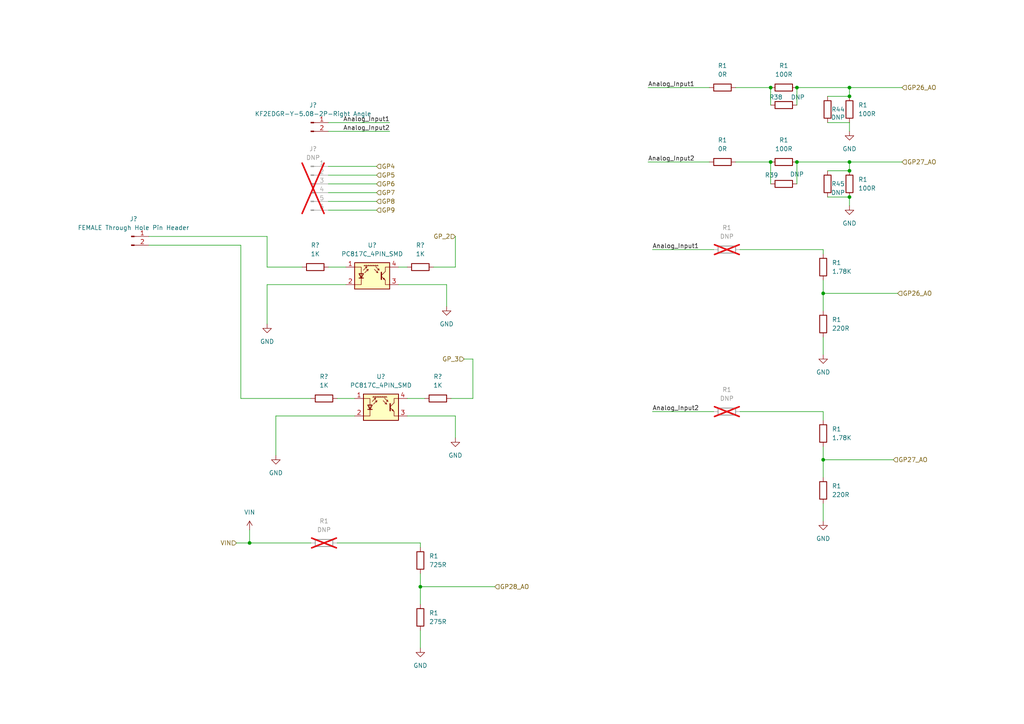
<source format=kicad_sch>
(kicad_sch (version 20230819) (generator eeschema)
  (paper "A4")
  (lib_symbols
    (symbol "Connector:Conn_01x02_Pin" (pin_names (offset 1.016) hide)
      (property "Reference" "J" (at 0 2.54 0))
      (property "Value" "Conn_01x02_Pin" (at 0 -5.08 0))
      (symbol "Conn_01x02_Pin_1_1"
        (polyline (pts (xy 1.27 -2.54) (xy 0.8636 -2.54)) (stroke (width 0.1524)))
        (polyline (pts (xy 1.27 0) (xy 0.8636 0)) (stroke (width 0.1524)))
        (rectangle (start 0.8636 -2.413) (end 0 -2.667) (stroke (width 0.1524)) (fill (type outline)))
        (rectangle (start 0.8636 0.127) (end 0 -0.127) (stroke (width 0.1524)) (fill (type outline)))
        (pin passive line (at 5.08 0 180) (length 3.81) (name "Pin_1") (number "1"))
        (pin passive line (at 5.08 -2.54 180) (length 3.81) (name "Pin_2") (number "2"))
      )
    )
    (symbol "Connector:Conn_01x06_Pin" (pin_names (offset 1.016) hide)
      (property "Reference" "J" (at 0 7.62 0))
      (property "Value" "Conn_01x06_Pin" (at 0 -10.16 0))
      (symbol "Conn_01x06_Pin_1_1"
        (polyline (pts (xy 1.27 -7.62) (xy 0.8636 -7.62)) (stroke (width 0.1524)))
        (polyline (pts (xy 1.27 -5.08) (xy 0.8636 -5.08)) (stroke (width 0.1524)))
        (polyline (pts (xy 1.27 -2.54) (xy 0.8636 -2.54)) (stroke (width 0.1524)))
        (polyline (pts (xy 1.27 0) (xy 0.8636 0)) (stroke (width 0.1524)))
        (polyline (pts (xy 1.27 2.54) (xy 0.8636 2.54)) (stroke (width 0.1524)))
        (polyline (pts (xy 1.27 5.08) (xy 0.8636 5.08)) (stroke (width 0.1524)))
        (rectangle (start 0.8636 -7.493) (end 0 -7.747) (stroke (width 0.1524)) (fill (type outline)))
        (rectangle (start 0.8636 -4.953) (end 0 -5.207) (stroke (width 0.1524)) (fill (type outline)))
        (rectangle (start 0.8636 -2.413) (end 0 -2.667) (stroke (width 0.1524)) (fill (type outline)))
        (rectangle (start 0.8636 0.127) (end 0 -0.127) (stroke (width 0.1524)) (fill (type outline)))
        (rectangle (start 0.8636 2.667) (end 0 2.413) (stroke (width 0.1524)) (fill (type outline)))
        (rectangle (start 0.8636 5.207) (end 0 4.953) (stroke (width 0.1524)) (fill (type outline)))
        (pin passive line (at 5.08 5.08 180) (length 3.81) (name "Pin_1") (number "1"))
        (pin passive line (at 5.08 2.54 180) (length 3.81) (name "Pin_2") (number "2"))
        (pin passive line (at 5.08 0 180) (length 3.81) (name "Pin_3") (number "3"))
        (pin passive line (at 5.08 -2.54 180) (length 3.81) (name "Pin_4") (number "4"))
        (pin passive line (at 5.08 -5.08 180) (length 3.81) (name "Pin_5") (number "5"))
        (pin passive line (at 5.08 -7.62 180) (length 3.81) (name "Pin_6") (number "6"))
      )
    )
    (symbol "Device:R" (pin_numbers hide) (pin_names (offset 0))
      (property "Reference" "R" (at 2.032 0 90))
      (property "Value" "R" (at 0 0 90))
      (symbol "R_0_1"
        (rectangle (start -1.016 -2.54) (end 1.016 2.54) (stroke (width 0.254)))
      )
      (symbol "R_1_1"
        (pin passive line (at 0 3.81 270) (length 1.27) (name "~") (number "1"))
        (pin passive line (at 0 -3.81 90) (length 1.27) (name "~") (number "2"))
      )
    )
    (symbol "Sensor_Proximity:SFH9201" (pin_names (offset 0.0254) hide)
      (property "Reference" "U?" (at 0 8.89 0))
      (property "Value" "SFH9201" (at 0 6.35 0))
      (symbol "SFH9201_0_1"
        (polyline (pts (xy -3.81 -0.635) (xy -2.54 -0.635)) (stroke (width 0.254)))
        (polyline (pts (xy -2.286 2.921) (xy -2.032 3.175)))
        (polyline (pts (xy -1.778 2.921) (xy -1.524 3.175)))
        (polyline (pts (xy -1.524 2.667) (xy -1.651 2.159)))
        (polyline (pts (xy -1.27 2.921) (xy -1.016 3.175)))
        (polyline (pts (xy -1.143 1.905) (xy -1.27 1.397)))
        (polyline (pts (xy -0.762 2.921) (xy -0.508 3.175)))
        (polyline (pts (xy -0.254 2.921) (xy 0 3.175)))
        (polyline (pts (xy 0.254 2.921) (xy 0.508 3.175)))
        (polyline (pts (xy 0.762 2.921) (xy 1.016 3.175)))
        (polyline (pts (xy 1.27 2.921) (xy 1.524 3.175)))
        (polyline (pts (xy 1.651 0.889) (xy 1.143 1.016)))
        (polyline (pts (xy 1.778 2.921) (xy -2.413 2.921)))
        (polyline (pts (xy 2.032 1.651) (xy 1.524 1.778)))
        (polyline (pts (xy 2.667 -0.127) (xy 3.81 -1.27)))
        (polyline (pts (xy 2.667 0.127) (xy 3.81 1.27)))
        (polyline (pts (xy -2.54 1.651) (xy -1.524 2.667) (xy -2.032 2.54)))
        (polyline (pts (xy -2.159 0.889) (xy -1.143 1.905) (xy -1.651 1.778)))
        (polyline (pts (xy 0.635 1.905) (xy 1.651 0.889) (xy 1.524 1.397)))
        (polyline (pts (xy 1.016 2.667) (xy 2.032 1.651) (xy 1.905 2.159)))
        (polyline (pts (xy 2.667 1.016) (xy 2.667 -1.016) (xy 2.667 -1.016)) (stroke (width 0.3556)))
        (polyline (pts (xy 3.81 -1.27) (xy 3.81 -2.54) (xy 5.08 -2.54)))
        (polyline (pts (xy 3.81 1.27) (xy 3.81 2.54) (xy 5.08 2.54)))
        (polyline (pts (xy -5.08 -2.54) (xy -3.175 -2.54) (xy -3.175 2.54) (xy -5.08 2.54)))
        (polyline (pts (xy -3.175 -0.635) (xy -3.81 0.635) (xy -2.54 0.635) (xy -3.175 -0.635)) (stroke (width 0.254)))
        (polyline (pts (xy 3.683 -1.143) (xy 3.429 -0.635) (xy 3.175 -0.889) (xy 3.683 -1.143)))
        (polyline (pts (xy -5.08 -3.81) (xy 5.08 -3.81) (xy 5.08 3.81) (xy -5.08 3.81) (xy -5.08 -3.81)) (stroke (width 0.254)) (fill (type background)))
      )
      (symbol "SFH9201_1_1"
        (pin passive line (at -7.62 2.54 0) (length 2.54) (name "A") (number "1"))
        (pin passive line (at -7.62 -2.54 0) (length 2.54) (name "K") (number "2"))
        (pin open_emitter line (at 7.62 -2.54 180) (length 2.54) (name "E") (number "3"))
        (pin open_collector line (at 7.62 2.54 180) (length 2.54) (name "C") (number "4"))
      )
    )
    (symbol "power:+1V0" (power) (pin_names (offset 0))
      (property "Value" "+1V0" (at 0 3.556 0))
      (symbol "+1V0_0_1"
        (polyline (pts (xy -0.762 1.27) (xy 0 2.54)))
        (polyline (pts (xy 0 0) (xy 0 2.54)))
        (polyline (pts (xy 0 2.54) (xy 0.762 1.27)))
      )
      (symbol "+1V0_1_1"
        (pin power_in line (at 0 0 90) (length 0) hide (name "+1V0") (number "1"))
      )
    )
    (symbol "power:GND" (power) (pin_names (offset 0))
      (property "Value" "GND" (at 0 -3.81 0))
      (symbol "GND_0_1"
        (polyline (pts (xy 0 0) (xy 0 -1.27) (xy 1.27 -1.27) (xy 0 -2.54) (xy -1.27 -1.27) (xy 0 -1.27)))
      )
      (symbol "GND_1_1"
        (pin power_in line (at 0 0 270) (length 0) hide (name "GND") (number "1"))
      )
    )
  )
  (junction (at 246.38 25.4))
  (junction (at 231.14 46.99))
  (junction (at 223.52 25.4))
  (junction (at 246.38 57.15))
  (junction (at 246.38 49.53))
  (junction (at 238.76 133.35))
  (junction (at 223.52 46.99))
  (junction (at 231.14 25.4))
  (junction (at 121.92 170.18))
  (junction (at 238.76 85.09))
  (junction (at 246.38 27.94))
  (junction (at 246.38 46.99))
  (junction (at 72.39 157.48))
  (wire (pts (xy 95.25 38.1) (xy 113.03 38.1)))
  (wire (pts (xy 137.16 115.57) (xy 130.81 115.57)))
  (wire (pts (xy 121.92 187.96) (xy 121.92 182.88)))
  (wire (pts (xy 80.01 120.65) (xy 80.01 132.08)))
  (wire (pts (xy 43.18 71.12) (xy 69.85 71.12)))
  (wire (pts (xy 231.14 46.99) (xy 231.14 53.34)))
  (wire (pts (xy 231.14 25.4) (xy 246.38 25.4)))
  (wire (pts (xy 118.11 120.65) (xy 132.08 120.65)))
  (wire (pts (xy 97.79 115.57) (xy 102.87 115.57)))
  (wire (pts (xy 121.92 157.48) (xy 121.92 158.75)))
  (wire (pts (xy 240.03 35.56) (xy 246.38 35.56)))
  (wire (pts (xy 109.22 53.34) (xy 95.25 53.34)))
  (wire (pts (xy 246.38 46.99) (xy 246.38 49.53)))
  (wire (pts (xy 231.14 25.4) (xy 231.14 30.48)))
  (wire (pts (xy 121.92 170.18) (xy 143.51 170.18)))
  (wire (pts (xy 129.54 82.55) (xy 129.54 88.9)))
  (wire (pts (xy 69.85 115.57) (xy 90.17 115.57)))
  (wire (pts (xy 187.96 46.99) (xy 205.74 46.99)))
  (wire (pts (xy 240.03 27.94) (xy 246.38 27.94)))
  (wire (pts (xy 77.47 77.47) (xy 87.63 77.47)))
  (wire (pts (xy 43.18 68.58) (xy 77.47 68.58)))
  (wire (pts (xy 113.03 35.56) (xy 95.25 35.56)))
  (wire (pts (xy 118.11 77.47) (xy 115.57 77.47)))
  (wire (pts (xy 132.08 68.58) (xy 132.08 77.47)))
  (wire (pts (xy 109.22 55.88) (xy 95.25 55.88)))
  (wire (pts (xy 214.63 119.38) (xy 238.76 119.38)))
  (wire (pts (xy 121.92 166.37) (xy 121.92 170.18)))
  (wire (pts (xy 213.36 25.4) (xy 223.52 25.4)))
  (wire (pts (xy 109.22 60.96) (xy 95.25 60.96)))
  (wire (pts (xy 238.76 129.54) (xy 238.76 133.35)))
  (wire (pts (xy 238.76 85.09) (xy 260.35 85.09)))
  (wire (pts (xy 240.03 49.53) (xy 246.38 49.53)))
  (wire (pts (xy 121.92 170.18) (xy 121.92 175.26)))
  (wire (pts (xy 189.23 72.39) (xy 207.01 72.39)))
  (wire (pts (xy 109.22 50.8) (xy 95.25 50.8)))
  (wire (pts (xy 137.16 104.14) (xy 134.62 104.14)))
  (wire (pts (xy 246.38 35.56) (xy 246.38 38.1)))
  (wire (pts (xy 132.08 77.47) (xy 125.73 77.47)))
  (wire (pts (xy 213.36 46.99) (xy 223.52 46.99)))
  (wire (pts (xy 69.85 71.12) (xy 69.85 115.57)))
  (wire (pts (xy 246.38 25.4) (xy 246.38 27.94)))
  (wire (pts (xy 123.19 115.57) (xy 118.11 115.57)))
  (wire (pts (xy 189.23 119.38) (xy 207.01 119.38)))
  (wire (pts (xy 238.76 85.09) (xy 238.76 90.17)))
  (wire (pts (xy 214.63 72.39) (xy 238.76 72.39)))
  (wire (pts (xy 77.47 82.55) (xy 100.33 82.55)))
  (wire (pts (xy 231.14 46.99) (xy 246.38 46.99)))
  (wire (pts (xy 238.76 102.87) (xy 238.76 97.79)))
  (wire (pts (xy 115.57 82.55) (xy 129.54 82.55)))
  (wire (pts (xy 238.76 133.35) (xy 259.08 133.35)))
  (wire (pts (xy 238.76 133.35) (xy 238.76 138.43)))
  (wire (pts (xy 246.38 25.4) (xy 261.62 25.4)))
  (wire (pts (xy 137.16 104.14) (xy 137.16 115.57)))
  (wire (pts (xy 246.38 46.99) (xy 261.62 46.99)))
  (wire (pts (xy 109.22 48.26) (xy 95.25 48.26)))
  (wire (pts (xy 238.76 119.38) (xy 238.76 121.92)))
  (wire (pts (xy 246.38 57.15) (xy 246.38 59.69)))
  (wire (pts (xy 223.52 25.4) (xy 223.52 30.48)))
  (wire (pts (xy 72.39 157.48) (xy 90.17 157.48)))
  (wire (pts (xy 238.76 72.39) (xy 238.76 73.66)))
  (wire (pts (xy 109.22 58.42) (xy 95.25 58.42)))
  (wire (pts (xy 238.76 151.13) (xy 238.76 146.05)))
  (wire (pts (xy 95.25 77.47) (xy 100.33 77.47)))
  (wire (pts (xy 240.03 57.15) (xy 246.38 57.15)))
  (wire (pts (xy 68.58 157.48) (xy 72.39 157.48)))
  (wire (pts (xy 77.47 68.58) (xy 77.47 77.47)))
  (wire (pts (xy 77.47 82.55) (xy 77.47 93.98)))
  (wire (pts (xy 132.08 120.65) (xy 132.08 127)))
  (wire (pts (xy 187.96 25.4) (xy 205.74 25.4)))
  (wire (pts (xy 238.76 81.28) (xy 238.76 85.09)))
  (wire (pts (xy 97.79 157.48) (xy 121.92 157.48)))
  (wire (pts (xy 223.52 46.99) (xy 223.52 53.34)))
  (wire (pts (xy 72.39 153.67) (xy 72.39 157.48)))
  (wire (pts (xy 80.01 120.65) (xy 102.87 120.65)))
  (label "Analog_Input1" (at 187.96 25.4 0))
  (label "Analog_Input2" (at 189.23 119.38 0))
  (label "Analog_Input1" (at 189.23 72.39 0))
  (label "Analog_Input2" (at 113.03 38.1 180))
  (label "Analog_Input1" (at 113.03 35.56 180))
  (label "Analog_Input2" (at 187.96 46.99 0))
  (hierarchical_label "GP27_AO" (shape input) (at 261.62 46.99 0))
  (hierarchical_label "GP27_AO" (shape input) (at 259.08 133.35 0))
  (hierarchical_label "GP8" (shape input) (at 109.22 58.42 0))
  (hierarchical_label "VIN" (shape input) (at 68.58 157.48 180))
  (hierarchical_label "GP4" (shape input) (at 109.22 48.26 0))
  (hierarchical_label "GP5" (shape input) (at 109.22 50.8 0))
  (hierarchical_label "GP_2" (shape input) (at 132.08 68.58 180))
  (hierarchical_label "GP9" (shape input) (at 109.22 60.96 0))
  (hierarchical_label "GP26_AO" (shape input) (at 260.35 85.09 0))
  (hierarchical_label "GP26_AO" (shape input) (at 261.62 25.4 0))
  (hierarchical_label "GP6" (shape input) (at 109.22 53.34 0))
  (hierarchical_label "GP28_AO" (shape input) (at 143.51 170.18 0))
  (hierarchical_label "GP_3" (shape input) (at 134.62 104.14 180))
  (hierarchical_label "GP7" (shape input) (at 109.22 55.88 0))
  (symbol (lib_id "Device:R") (at 91.44 77.47 90) (unit 1)
    (property "Reference" "R?" (at 91.44 71.12 90))
    (property "Value" "1K" (at 91.44 73.66 90))
    (property "Footprint" "Resistor_SMD:R_0603_1608Metric" (effects hide))
    (property "Description" "Resistor" (effects hide))
    (instances (project "LM1117" (path "" (reference "R?") (unit 1)) (path "" (reference "R?") (unit 1)) (path "" (reference "R?") (unit 1))) (project "IO_Board" (path "" (reference "R1") (unit 1))))
  )
  (symbol (lib_id "Connector:Conn_01x06_Pin") (at 90.17 53.34 0) (unit 1) (dnp yes)
    (property "Reference" "J?" (at 90.805 43.18 0))
    (property "Value" "DNP" (at 90.805 45.72 0))
    (property "Footprint" "Connector_PinHeader_2.54mm:PinHeader_1x06_P2.54mm_Vertical" (effects hide))
    (property "Description" "Generic connector, single row, 01x06, script generated" (effects hide))
    (instances (project "LM1117" (path "" (reference "J?") (unit 1))) (project "IO_Board" (path "" (reference "J7") (unit 1))))
  )
  (symbol (lib_id "Device:R") (at 121.92 162.56 180) (unit 1)
    (property "Reference" "R1" (at 124.46 161.2899 0) (effects (justify right)))
    (property "Value" "725R" (at 124.46 163.8299 0) (effects (justify right)))
    (property "Footprint" "Resistor_SMD:R_0603_1608Metric" (effects hide))
    (property "Description" "Resistor" (effects hide))
    (instances (project "LM1117" (path "" (reference "R1") (unit 1)) (path "" (reference "R?") (unit 1))) (project "IO_Board" (path "" (reference "R56") (unit 1))))
  )
  (symbol (lib_id "Device:R") (at 227.33 46.99 270) (unit 1)
    (property "Reference" "R1" (at 227.33 40.64 90))
    (property "Value" "100R" (at 227.33 43.18 90))
    (property "Footprint" "Resistor_SMD:R_0603_1608Metric" (effects hide))
    (property "Description" "Resistor" (effects hide))
    (instances (project "LM1117" (path "" (reference "R1") (unit 1)) (path "" (reference "R?") (unit 1))) (project "IO_Board" (path "" (reference "R10") (unit 1))))
  )
  (symbol (lib_id "Connector:Conn_01x02_Pin") (at 90.17 35.56 0) (unit 1)
    (property "Reference" "J?" (at 90.805 30.48 0))
    (property "Value" "KF2EDGR-Y-5.08-2P-Right Angle" (at 90.805 33.02 0))
    (property "Footprint" "Library:KF2EDGR-Y-5.08-2P-Right Angle" (effects hide))
    (property "Description" "Generic connector, single row, 01x02, script generated" (effects hide))
    (property "MPN" "KF2EDGR-Y-5.08-2P-Right Angle" (effects hide))
    (instances (project "LM1117" (path "" (reference "J?") (unit 1))) (project "IO_Board" (path "" (reference "J6") (unit 1))))
  )
  (symbol (lib_id "power:GND") (at 246.38 59.69 0) (unit 1)
    (property "Reference" "#PWR03" (effects hide))
    (property "Value" "GND" (at 246.38 64.77 0))
    (property "Description" "Power symbol creates a global label with name \"GND\" , ground" (effects hide))
    (instances (project "LM1117" (path "" (reference "#PWR03") (unit 1)) (path "" (reference "#PWR013") (unit 1))) (project "IO_Board" (path "" (reference "#PWR047") (unit 1))))
  )
  (symbol (lib_id "Sensor_Proximity:SFH9201") (at 110.49 118.11 0) (unit 1)
    (property "Reference" "U?" (at 110.49 109.22 0))
    (property "Value" "PC817C_4PIN_SMD" (at 110.49 111.76 0))
    (property "Footprint" "Library:PC817C SMD 4pin" (effects hide))
    (property "MPN" "PC817C_4PIN_SMD" (effects hide))
    (instances (project "LM1117" (path "" (reference "U?") (unit 1)) (path "" (reference "U?") (unit 1))) (project "IO_Board" (path "" (reference "U2") (unit 1))))
  )
  (symbol (lib_id "power:GND") (at 238.76 102.87 0) (unit 1)
    (property "Reference" "#PWR05" (effects hide))
    (property "Value" "GND" (at 238.76 107.95 0))
    (property "Description" "Power symbol creates a global label with name \"GND\" , ground" (effects hide))
    (instances (project "LM1117" (path "" (reference "#PWR05") (unit 1)) (path "" (reference "#PWR014") (unit 1)) (path "" (reference "#PWR020") (unit 1))) (project "IO_Board" (path "" (reference "#PWR034") (unit 1))))
  )
  (symbol (lib_id "Device:R") (at 246.38 31.75 180) (unit 1)
    (property "Reference" "R1" (at 248.92 30.4799 0) (effects (justify right)))
    (property "Value" "100R" (at 248.92 33.0199 0) (effects (justify right)))
    (property "Footprint" "Resistor_SMD:R_0603_1608Metric" (effects hide))
    (property "Description" "Resistor" (effects hide))
    (instances (project "LM1117" (path "" (reference "R1") (unit 1)) (path "" (reference "R?") (unit 1))) (project "IO_Board" (path "" (reference "R15") (unit 1))))
  )
  (symbol (lib_id "power:GND") (at 80.01 132.08 0) (unit 1)
    (property "Reference" "#PWR05" (effects hide))
    (property "Value" "GND" (at 80.01 137.16 0))
    (property "Description" "Power symbol creates a global label with name \"GND\" , ground" (effects hide))
    (instances (project "LM1117" (path "" (reference "#PWR05") (unit 1)) (path "" (reference "#PWR012") (unit 1)) (path "" (reference "#PWR011") (unit 1))) (project "IO_Board" (path "" (reference "#PWR018") (unit 1))))
  )
  (symbol (lib_id "power:GND") (at 121.92 187.96 0) (unit 1)
    (property "Reference" "#PWR05" (effects hide))
    (property "Value" "GND" (at 121.92 193.04 0))
    (property "Description" "Power symbol creates a global label with name \"GND\" , ground" (effects hide))
    (instances (project "LM1117" (path "" (reference "#PWR05") (unit 1)) (path "" (reference "#PWR014") (unit 1)) (path "" (reference "#PWR020") (unit 1))) (project "IO_Board" (path "" (reference "#PWR059") (unit 1))))
  )
  (symbol (lib_id "Device:R") (at 209.55 46.99 270) (unit 1)
    (property "Reference" "R1" (at 209.55 40.64 90))
    (property "Value" "0R" (at 209.55 43.18 90))
    (property "Footprint" "Resistor_SMD:R_0603_1608Metric" (effects hide))
    (property "Description" "Resistor" (effects hide))
    (instances (project "LM1117" (path "" (reference "R1") (unit 1)) (path "" (reference "R?") (unit 1))) (project "IO_Board" (path "" (reference "R6") (unit 1))))
  )
  (symbol (lib_id "power:GND") (at 132.08 127 0) (unit 1)
    (property "Reference" "#PWR05" (effects hide))
    (property "Value" "GND" (at 132.08 132.08 0))
    (property "Description" "Power symbol creates a global label with name \"GND\" , ground" (effects hide))
    (instances (project "LM1117" (path "" (reference "#PWR05") (unit 1)) (path "" (reference "#PWR014") (unit 1)) (path "" (reference "#PWR012") (unit 1))) (project "IO_Board" (path "" (reference "#PWR033") (unit 1))))
  )
  (symbol (lib_id "Sensor_Proximity:SFH9201") (at 107.95 80.01 0) (unit 1)
    (property "Reference" "U?" (at 107.95 71.12 0))
    (property "Value" "PC817C_4PIN_SMD" (at 107.95 73.66 0))
    (property "Footprint" "Library:PC817C SMD 4pin" (effects hide))
    (property "MPN" "PC817C_4PIN_SMD" (effects hide))
    (instances (project "LM1117" (path "" (reference "U?") (unit 1)) (path "" (reference "U?") (unit 1))) (project "IO_Board" (path "" (reference "U1") (unit 1))))
  )
  (symbol (lib_id "Device:R") (at 227.33 25.4 270) (unit 1)
    (property "Reference" "R1" (at 227.33 19.05 90))
    (property "Value" "100R" (at 227.33 21.59 90))
    (property "Footprint" "Resistor_SMD:R_0603_1608Metric" (effects hide))
    (property "Description" "Resistor" (effects hide))
    (instances (project "LM1117" (path "" (reference "R1") (unit 1)) (path "" (reference "R?") (unit 1))) (project "IO_Board" (path "" (reference "R9") (unit 1))))
  )
  (symbol (lib_id "Device:R") (at 238.76 93.98 0) (unit 1)
    (property "Reference" "R1" (at 241.3 92.7099 0) (effects (justify left)))
    (property "Value" "220R" (at 241.3 95.2499 0) (effects (justify left)))
    (property "Footprint" "Resistor_SMD:R_0603_1608Metric" (effects hide))
    (property "Description" "Resistor" (effects hide))
    (instances (project "LM1117" (path "" (reference "R1") (unit 1)) (path "" (reference "R?") (unit 1))) (project "IO_Board" (path "" (reference "R12") (unit 1))))
  )
  (symbol (lib_id "power:GND") (at 77.47 93.98 0) (unit 1)
    (property "Reference" "#PWR05" (effects hide))
    (property "Value" "GND" (at 77.47 99.06 0))
    (property "Description" "Power symbol creates a global label with name \"GND\" , ground" (effects hide))
    (instances (project "LM1117" (path "" (reference "#PWR05") (unit 1)) (path "" (reference "#PWR012") (unit 1)) (path "" (reference "#PWR017") (unit 1))) (project "IO_Board" (path "" (reference "#PWR017") (unit 1))))
  )
  (symbol (lib_id "power:GND") (at 246.38 38.1 0) (unit 1)
    (property "Reference" "#PWR03" (effects hide))
    (property "Value" "GND" (at 246.38 43.18 0))
    (property "Description" "Power symbol creates a global label with name \"GND\" , ground" (effects hide))
    (instances (project "LM1117" (path "" (reference "#PWR03") (unit 1)) (path "" (reference "#PWR010") (unit 1))) (project "IO_Board" (path "" (reference "#PWR046") (unit 1))))
  )
  (symbol (lib_id "power:GND") (at 238.76 151.13 0) (unit 1)
    (property "Reference" "#PWR05" (effects hide))
    (property "Value" "GND" (at 238.76 156.21 0))
    (property "Description" "Power symbol creates a global label with name \"GND\" , ground" (effects hide))
    (instances (project "LM1117" (path "" (reference "#PWR05") (unit 1)) (path "" (reference "#PWR014") (unit 1)) (path "" (reference "#PWR018") (unit 1))) (project "IO_Board" (path "" (reference "#PWR042") (unit 1))))
  )
  (symbol (lib_id "Device:R") (at 210.82 72.39 270) (unit 1) (dnp yes)
    (property "Reference" "R1" (at 210.82 66.04 90))
    (property "Value" "DNP" (at 210.82 68.58 90))
    (property "Footprint" "Resistor_SMD:R_0603_1608Metric" (effects hide))
    (property "Description" "Resistor" (effects hide))
    (instances (project "LM1117" (path "" (reference "R1") (unit 1)) (path "" (reference "R?") (unit 1))) (project "IO_Board" (path "" (reference "R7") (unit 1))))
  )
  (symbol (lib_id "Device:R") (at 127 115.57 270) (unit 1)
    (property "Reference" "R?" (at 127 109.22 90))
    (property "Value" "1K" (at 127 111.76 90))
    (property "Footprint" "Resistor_SMD:R_0603_1608Metric" (effects hide))
    (property "Description" "Resistor" (effects hide))
    (instances (project "LM1117" (path "" (reference "R?") (unit 1)) (path "" (reference "R?") (unit 1)) (path "" (reference "R?") (unit 1))) (project "IO_Board" (path "" (reference "R4") (unit 1))))
  )
  (symbol (lib_id "Device:R") (at 93.98 115.57 90) (unit 1)
    (property "Reference" "R?" (at 93.98 109.22 90))
    (property "Value" "1K" (at 93.98 111.76 90))
    (property "Footprint" "Resistor_SMD:R_0603_1608Metric" (effects hide))
    (property "Description" "Resistor" (effects hide))
    (instances (project "LM1117" (path "" (reference "R?") (unit 1)) (path "" (reference "R?") (unit 1)) (path "" (reference "R?") (unit 1))) (project "IO_Board" (path "" (reference "R2") (unit 1))))
  )
  (symbol (lib_id "Connector:Conn_01x02_Pin") (at 38.1 68.58 0) (unit 1)
    (property "Reference" "J?" (at 38.735 63.5 0))
    (property "Value" "FEMALE Through Hole Pin Header" (at 38.735 66.04 0))
    (property "Footprint" "Connector_PinHeader_2.54mm:PinHeader_1x02_P2.54mm_Vertical" (effects hide))
    (property "Description" "Generic connector, single row, 01x02, script generated" (effects hide))
    (property "MPN" "FEMALE Through Hole Pin Header" (effects hide))
    (instances (project "LM1117" (path "" (reference "J?") (unit 1))) (project "IO_Board" (path "" (reference "J5") (unit 1))))
  )
  (symbol (lib_id "Device:R") (at 240.03 53.34 180) (unit 1)
    (property "Reference" "R45" (at 243.078 53.34 0))
    (property "Value" "DNP" (at 243.078 55.88 0))
    (property "Footprint" "Resistor_THT:R_Axial_DIN0204_L3.6mm_D1.6mm_P1.90mm_Vertical" (effects hide))
    (property "Description" "Resistor" (effects hide))
  )
  (symbol (lib_id "Device:R") (at 238.76 142.24 0) (unit 1)
    (property "Reference" "R1" (at 241.3 140.9699 0) (effects (justify left)))
    (property "Value" "220R" (at 241.3 143.5099 0) (effects (justify left)))
    (property "Footprint" "Resistor_SMD:R_0603_1608Metric" (effects hide))
    (property "Description" "Resistor" (effects hide))
    (instances (project "LM1117" (path "" (reference "R1") (unit 1)) (path "" (reference "R?") (unit 1))) (project "IO_Board" (path "" (reference "R14") (unit 1))))
  )
  (symbol (lib_id "Device:R") (at 210.82 119.38 270) (unit 1) (dnp yes)
    (property "Reference" "R1" (at 210.82 113.03 90))
    (property "Value" "DNP" (at 210.82 115.57 90))
    (property "Footprint" "Resistor_SMD:R_0603_1608Metric" (effects hide))
    (property "Description" "Resistor" (effects hide))
    (instances (project "LM1117" (path "" (reference "R1") (unit 1)) (path "" (reference "R?") (unit 1))) (project "IO_Board" (path "" (reference "R8") (unit 1))))
  )
  (symbol (lib_id "power:+1V0") (at 72.39 153.67 0) (unit 1)
    (property "Reference" "#PWR01" (effects hide))
    (property "Value" "VIN" (at 72.39 148.59 0))
    (property "Description" "Power symbol creates a global label with name \"+1V0\"" (effects hide))
    (instances (project "LM1117" (path "" (reference "#PWR01") (unit 1)) (path "" (reference "#PWR041") (unit 1))) (project "IO_Board" (path "" (reference "#PWR015") (unit 1)) (path "" (reference "#PWR058") (unit 1))))
  )
  (symbol (lib_id "Device:R") (at 121.92 179.07 0) (unit 1)
    (property "Reference" "R1" (at 124.46 177.7999 0) (effects (justify left)))
    (property "Value" "275R" (at 124.46 180.3399 0) (effects (justify left)))
    (property "Footprint" "Resistor_SMD:R_0603_1608Metric" (effects hide))
    (property "Description" "Resistor" (effects hide))
    (instances (project "LM1117" (path "" (reference "R1") (unit 1)) (path "" (reference "R?") (unit 1))) (project "IO_Board" (path "" (reference "R57") (unit 1))))
  )
  (symbol (lib_id "Device:R") (at 227.33 30.48 90) (unit 1)
    (property "Reference" "R38" (at 225.044 28.194 90))
    (property "Value" "DNP" (at 231.394 28.194 90))
    (property "Footprint" "Resistor_THT:R_Axial_DIN0204_L3.6mm_D1.6mm_P1.90mm_Vertical" (effects hide))
    (property "Description" "Resistor" (effects hide))
  )
  (symbol (lib_id "power:GND") (at 129.54 88.9 0) (unit 1)
    (property "Reference" "#PWR05" (effects hide))
    (property "Value" "GND" (at 129.54 93.98 0))
    (property "Description" "Power symbol creates a global label with name \"GND\" , ground" (effects hide))
    (instances (project "LM1117" (path "" (reference "#PWR05") (unit 1)) (path "" (reference "#PWR014") (unit 1)) (path "" (reference "#PWR019") (unit 1))) (project "IO_Board" (path "" (reference "#PWR020") (unit 1))))
  )
  (symbol (lib_id "Device:R") (at 246.38 53.34 180) (unit 1)
    (property "Reference" "R1" (at 248.92 52.0699 0) (effects (justify right)))
    (property "Value" "100R" (at 248.92 54.6099 0) (effects (justify right)))
    (property "Footprint" "Resistor_SMD:R_0603_1608Metric" (effects hide))
    (property "Description" "Resistor" (effects hide))
    (instances (project "LM1117" (path "" (reference "R1") (unit 1)) (path "" (reference "R?") (unit 1))) (project "IO_Board" (path "" (reference "R16") (unit 1))))
  )
  (symbol (lib_id "Device:R") (at 227.33 53.34 90) (unit 1)
    (property "Reference" "R39" (at 223.774 50.8 90))
    (property "Value" "DNP" (at 231.14 50.546 90))
    (property "Footprint" "Resistor_THT:R_Axial_DIN0204_L3.6mm_D1.6mm_P1.90mm_Vertical" (effects hide))
    (property "Description" "Resistor" (effects hide))
  )
  (symbol (lib_id "Device:R") (at 240.03 31.75 0) (unit 1)
    (property "Reference" "R44" (at 243.078 31.75 0))
    (property "Value" "DNP" (at 243.078 34.036 0))
    (property "Footprint" "Resistor_THT:R_Axial_DIN0204_L3.6mm_D1.6mm_P1.90mm_Vertical" (effects hide))
    (property "Description" "Resistor" (effects hide))
  )
  (symbol (lib_id "Device:R") (at 209.55 25.4 270) (unit 1)
    (property "Reference" "R1" (at 209.55 19.05 90))
    (property "Value" "0R" (at 209.55 21.59 90))
    (property "Footprint" "Resistor_SMD:R_0603_1608Metric" (effects hide))
    (property "Description" "Resistor" (effects hide))
    (instances (project "LM1117" (path "" (reference "R1") (unit 1)) (path "" (reference "R?") (unit 1))) (project "IO_Board" (path "" (reference "R5") (unit 1))))
  )
  (symbol (lib_id "Device:R") (at 238.76 77.47 180) (unit 1)
    (property "Reference" "R1" (at 241.3 76.1999 0) (effects (justify right)))
    (property "Value" "1.78K" (at 241.3 78.7399 0) (effects (justify right)))
    (property "Footprint" "Resistor_SMD:R_0603_1608Metric" (effects hide))
    (property "Description" "Resistor" (effects hide))
    (instances (project "LM1117" (path "" (reference "R1") (unit 1)) (path "" (reference "R?") (unit 1))) (project "IO_Board" (path "" (reference "R11") (unit 1))))
  )
  (symbol (lib_id "Device:R") (at 121.92 77.47 270) (unit 1)
    (property "Reference" "R?" (at 121.92 71.12 90))
    (property "Value" "1K" (at 121.92 73.66 90))
    (property "Footprint" "Resistor_SMD:R_0603_1608Metric" (effects hide))
    (property "Description" "Resistor" (effects hide))
    (instances (project "LM1117" (path "" (reference "R?") (unit 1)) (path "" (reference "R?") (unit 1)) (path "" (reference "R?") (unit 1))) (project "IO_Board" (path "" (reference "R3") (unit 1))))
  )
  (symbol (lib_id "Device:R") (at 93.98 157.48 90) (mirror x) (unit 1) (dnp yes)
    (property "Reference" "R1" (at 93.98 151.13 90))
    (property "Value" "DNP" (at 93.98 153.67 90))
    (property "Footprint" "Resistor_SMD:R_0603_1608Metric" (effects hide))
    (property "Description" "Resistor" (effects hide))
    (instances (project "LM1117" (path "" (reference "R1") (unit 1)) (path "" (reference "R?") (unit 1))) (project "IO_Board" (path "" (reference "R55") (unit 1))))
  )
  (symbol (lib_id "Device:R") (at 238.76 125.73 180) (unit 1)
    (property "Reference" "R1" (at 241.3 124.4599 0) (effects (justify right)))
    (property "Value" "1.78K" (at 241.3 126.9999 0) (effects (justify right)))
    (property "Footprint" "Resistor_SMD:R_0603_1608Metric" (effects hide))
    (property "Description" "Resistor" (effects hide))
    (instances (project "LM1117" (path "" (reference "R1") (unit 1)) (path "" (reference "R?") (unit 1))) (project "IO_Board" (path "" (reference "R13") (unit 1))))
  )
)
</source>
